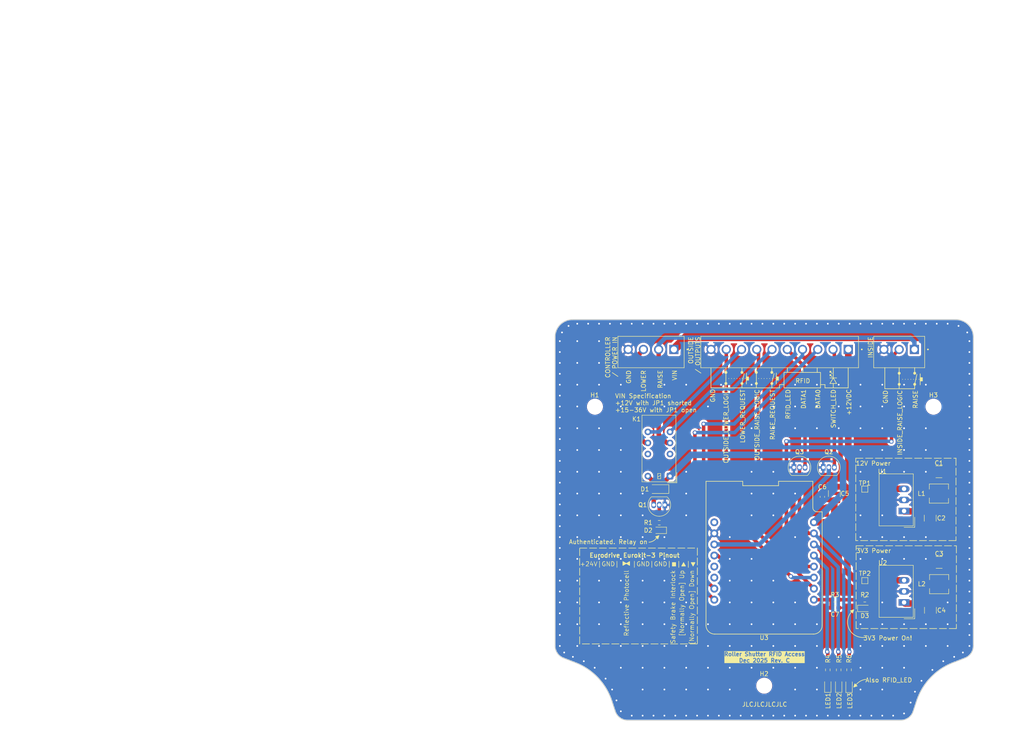
<source format=kicad_pcb>
(kicad_pcb (version 20241229) (generator "pcbnew") (generator_version "9.0")
  (title_block (title "Roller Shutter Access Control Interface PCB") (date "2025-11-01") (rev "Rev B") (company "Swansea Hackspace"))
  (layers (0 "F.Cu" signal) (2 "B.Cu" signal) (13 "F.Paste" user) (15 "B.Paste" user) (5 "F.SilkS" user "F.Silkscreen") (7 "B.SilkS" user "B.Silkscreen") (1 "F.Mask" user) (3 "B.Mask" user) (25 "Edge.Cuts" user))
  (net 0 "")
  (net 1 "+12V")
  (net 2 "/RAISE")
  (net 3 "/LOWER")
  (net 4 "/SWITCH_LED")
  (net 5 "GND")
  (net 6 "+3V3")
  (net 7 "Net-(D1-A)")
  (net 8 "Net-(D2-A)")
  (net 9 "Net-(U2-Vin)")
  (net 10 "/EN")
  (net 11 "Net-(D3-A)")
  (net 12 "+24V")
  (net 13 "Net-(U1-Vin)")
  (net 14 "/RAISE_REQUEST")
  (net 15 "/LOWER_REQUEST")
  (net 16 "/DATA0")
  (net 17 "/DATA1")
  (net 18 "/LED3")
  (net 19 "/AUTH_LED")
  (net 20 "/LED1")
  (net 21 "/LED2")
  (net 22 "/INSIDE_RAISE_LOGIC")
  (net 25 "/OUTSIDE_RAISE_LOGIC")
  (net 26 "/RFID_LED")
  (net 27 "/OUTSIDE_LOWER_LOGIC")
  (net 28 "/ENABLE_RELAY")
  (net 32 "Net-(LED1-A)")
  (net 33 "Net-(LED2-A)")
  (net 34 "Net-(LED3-A)")
  (footprint "MountingHole:MountingHole_3.2mm_M3" (layer "F.Cu") (at 112.061282 75.051908 90)
    (property "Reference" "H1")
    (property "Value" "MountingHole")
  )
  (footprint "Resistor_SMD:R_0603_1608Metric_Pad0.98x0.95mm_HandSolder" (layer "F.Cu") (at 167.132 119.38 180)
    (property "Reference" "R3")
    (property "Value" "10k")
  )
  (footprint "Package_TO_SOT_THT:TO-92_Inline" (layer "F.Cu") (at 164.46 89)
    (property "Reference" "Q2")
    (property "Value" "2N7000")
  )
  (footprint "Converter_DCDC:Converter_DCDC_TRACO_TSR-1_THT" (layer "F.Cu") (at 183 99 90)
    (property "Reference" "U1")
    (property "Value" "TSR_1-24120")
  )
  (footprint "Relay_THT:Relay_DPDT_Kemet_EC2" (layer "F.Cu") (at 129.286 91 180)
    (property "Reference" "K1")
    (property "Value" "EC2-3NU")
  )
  (footprint "LED_SMD:LED_0603_1608Metric_Pad1.05x0.95mm_HandSolder" (layer "F.Cu") (at 165.5 138.995 90)
    (property "Reference" "LED1")
    (property "Value" "LED")
  )
  (footprint "Capacitor_SMD:C_1210_3225Metric_Pad1.33x2.70mm_HandSolder" (layer "F.Cu") (at 189 100.6475 -90)
    (property "Reference" "C2")
    (property "Value" "10uF")
  )
  (footprint "LED_SMD:LED_0603_1608Metric_Pad1.05x0.95mm_HandSolder" (layer "F.Cu") (at 170.377012 139.033988 90)
    (property "Reference" "LED3")
    (property "Value" "LED")
  )
  (footprint "Resistor_SMD:R_0603_1608Metric_Pad0.98x0.95mm_HandSolder" (layer "F.Cu") (at 165.5 135.49 90)
    (property "Reference" "R4")
    (property "Value" "220R")
  )
  (footprint "MountingHole:MountingHole_3.2mm_M3" (layer "F.Cu") (at 189.754782 75.051908 90)
    (property "Reference" "H3")
    (property "Value" "MountingHole")
  )
  (footprint "Capacitor_SMD:C_1210_3225Metric_Pad1.33x2.70mm_HandSolder" (layer "F.Cu") (at 191 90 180)
    (property "Reference" "C1")
    (property "Value" "10uF")
  )
  (footprint "Capacitor_SMD:C_0603_1608Metric_Pad1.08x0.95mm_HandSolder" (layer "F.Cu") (at 164.25 95.75 90)
    (property "Reference" "C6")
    (property "Value" "0.1uF")
  )
  (footprint "TestPoint:TestPoint_Pad_1.0x1.0mm" (layer "F.Cu") (at 173.99 93.98 -90)
    (property "Reference" "TP1")
    (property "Value" "TestPoint")
  )
  (footprint "LED_SMD:LED_0603_1608Metric_Pad1.05x0.95mm_HandSolder" (layer "F.Cu") (at 168 139 90)
    (property "Reference" "LED2")
    (property "Value" "LED")
  )
  (footprint "Resistor_SMD:R_0603_1608Metric_Pad0.98x0.95mm_HandSolder" (layer "F.Cu") (at 168 135.495 90)
    (property "Reference" "R5")
    (property "Value" "220R")
  )
  (footprint "Resistor_SMD:R_0603_1608Metric_Pad0.98x0.95mm_HandSolder" (layer "F.Cu") (at 170.377012 135.477988 90)
    (property "Reference" "R6")
    (property "Value" "220R")
  )
  (footprint "Capacitor_SMD:C_0603_1608Metric_Pad1.08x0.95mm_HandSolder" (layer "F.Cu") (at 167.132 121.230988 180)
    (property "Reference" "C7")
    (property "Value" "1uF")
  )
  (footprint "LED_SMD:LED_0603_1608Metric_Pad1.05x0.95mm_HandSolder" (layer "F.Cu") (at 126.8185 103.446 180)
    (property "Reference" "D2")
    (property "Value" "LED")
  )
  (footprint "MountingHole:MountingHole_3.2mm_M3" (layer "F.Cu") (at 150.907682 139.123978 90)
    (property "Reference" "H2")
    (property "Value" "MountingHole")
  )
  (footprint "LED_SMD:LED_0603_1608Metric_Pad1.05x0.95mm_HandSolder" (layer "F.Cu") (at 173.99 121.38)
    (property "Reference" "D3")
    (property "Value" "LED")
  )
  (footprint "TBP03R2-350-04BE:CUI_TBP03R2-350-04BE" (layer "F.Cu") (at 130.181488 61.901012 180)
    (property "Reference" "J1" (hide yes))
    (property "Value" "Screw_Terminal_01x06")
  )
  (footprint "Converter_DCDC:Converter_DCDC_TRACO_TSR-1_THT" (layer "F.Cu") (at 183 120 90)
    (property "Reference" "U2")
    (property "Value" "TSR_1-2433")
  )
  (footprint "TestPoint:TestPoint_Pad_1.0x1.0mm" (layer "F.Cu") (at 174 115)
    (property "Reference" "TP2")
    (property "Value" "TestPoint")
  )
  (footprint "Capacitor_SMD:C_1210_3225Metric_Pad1.33x2.70mm_HandSolder" (layer "F.Cu") (at 167 95 90)
    (property "Reference" "C5")
    (property "Value" "10uF")
  )
  (footprint "Inductor_SMD:L_TracoPower_TCK-141" (layer "F.Cu") (at 191 95 180)
    (property "Reference" "L1")
    (property "Value" "5.6uH")
  )
  (footprint "Resistor_SMD:R_0603_1608Metric_Pad0.98x0.95mm_HandSolder" (layer "F.Cu") (at 173.99 119.38 180)
    (property "Reference" "R2")
    (property "Value" "220R")
  )
  (footprint "Diode_SMD:D_SOD-123F" (layer "F.Cu") (at 126.8185 93.9725 180)
    (property "Reference" "D1")
    (property "Value" "1N4007")
  )
  (footprint "TBP03R2-350-03BE:CUI_TBP03R2-350-03BE" (layer "F.Cu") (at 185.379488 61.901012 180)
    (property "Reference" "J2" (hide yes))
    (property "Value" "Screw_Terminal_01x04")
  )
  (footprint "Package_TO_SOT_THT:TO-92_Inline" (layer "F.Cu") (at 157.73 89)
    (property "Reference" "Q3")
    (property "Value" "2N7000")
  )
  (footprint "Inductor_SMD:L_TracoPower_TCK-141" (layer "F.Cu") (at 191.05 115.80625 180)
    (property "Reference" "L2")
    (property "Value" "5.6uH")
  )
  (footprint "Package_TO_SOT_THT:TO-92_Inline" (layer "F.Cu") (at 128.0885 97.6125 180)
    (property "Reference" "Q1")
    (property "Value" "2N7000")
  )
  (footprint "Capacitor_SMD:C_1210_3225Metric_Pad1.33x2.70mm_HandSolder" (layer "F.Cu") (at 189.05 121.80625 -90)
    (property "Reference" "C4")
    (property "Value" "10uF")
  )
  (footprint "TBP03R2-350-10BE:CUI_TBP03R2-350-10BE" (layer "F.Cu") (at 170.199582 61.901012 180)
    (property "Reference" "J3" (hide yes))
    (property "Value" "Screw_Terminal_01x10")
  )
  (footprint "Capacitor_SMD:C_1210_3225Metric_Pad1.33x2.70mm_HandSolder" (layer "F.Cu") (at 191.05 110.80625 180)
    (property "Reference" "C3")
    (property "Value" "10uF")
  )
  (footprint "Resistor_SMD:R_0603_1608Metric_Pad0.98x0.95mm_HandSolder" (layer "F.Cu") (at 126.8185 101.696)
    (property "Reference" "R1")
    (property "Value" "220R")
  )
  (footprint "Lolin C3 Mini:wemos-d1-mini-with-pin-header-and-connector" (layer "F.Cu") (at 150.876 110.49 -90)
    (property "Reference" "U3")
    (property "Value" "WeMos_C3_mini")
  )
  (gr_circle (center 145.796 69.723) (end 145.796 69.977) (stroke (width 0.15)) (fill yes) (layer "F.SilkS"))
  (gr_line (start 166.497 67.437) (end 165.989 66.929) (stroke (width 0.15)) (layer "F.SilkS"))
  (gr_line (start 166.751 70.739) (end 166.751 69.723) (stroke (width 0.15)) (layer "F.SilkS"))
  (gr_rect (start 186.705488 68.387012) (end 187.213488 69.149012) (stroke (width 0.15)) (fill yes) (layer "F.SilkS"))
  (gr_line (start 159.766 66.167) (end 159.766 67.183) (stroke (width 0.15)) (layer "F.SilkS"))
  (gr_arc (start 171.958 138.938) (mid 172.974964 138.076135) (end 174.244 137.668) (stroke (width 0.15)) (layer "F.SilkS"))
  (gr_rect (start 155.448 67.183) (end 163.83 70.739) (stroke (width 0.15)) (fill no) (layer "F.SilkS"))
  (gr_line (start 146.812 69.85) (end 146.812 67.31) (stroke (width 0.15)) (layer "F.SilkS"))
  (gr_line (start 186.705488 70.038012) (end 186.705488 67.498012) (stroke (width 0.15)) (layer "F.SilkS"))
  (gr_line (start 145.796 70.739) (end 145.796 69.723) (stroke (width 0.15)) (layer "F.SilkS"))
  (gr_line (start 185.435488 70.927012) (end 178.577488 70.927012) (stroke (width 0.15)) (layer "F.SilkS"))
  (gr_line (start 165.989 67.183) (end 166.243 66.929) (stroke (width 0.15)) (layer "F.SilkS"))
  (gr_rect (start 146.812 68.199) (end 147.32 68.961) (stroke (width 0.15)) (fill yes) (layer "F.SilkS"))
  (gr_line (start 152.654 69.723) (end 153.162 67.437) (stroke (width 0.15)) (layer "F.SilkS"))
  (gr_line (start 154.432 69.977) (end 155.448 69.977) (stroke (width 0.15)) (layer "F.SilkS"))
  (gr_line (start 181.879488 70.927012) (end 181.879488 69.911012) (stroke (width 0.15)) (layer "F.SilkS"))
  (gr_line (start 165.989 68.453) (end 167.513 68.453) (stroke (width 0.15)) (layer "F.SilkS"))
  (gr_circle (center 185.435488 67.371012) (end 185.435488 67.625012) (stroke (width 0.15)) (fill yes) (layer "F.SilkS"))
  (gr_line (start 166.751 68.453) (end 166.751 67.183) (stroke (width 0.15)) (layer "F.SilkS"))
  (gr_line (start 146.558 68.58) (end 142.24 68.58) (stroke (width 0.15) (type dot)) (layer "F.SilkS"))
  (gr_line (start 181.879488 69.911012) (end 181.879488 67.371012) (stroke (width 0.15)) (layer "F.SilkS"))
  (gr_line (start 186.451488 68.768012) (end 182.133488 68.768012) (stroke (width 0.15) (type dot)) (layer "F.SilkS"))
  (gr_circle (center 142.113 69.723) (end 142.113 69.977) (stroke (width 0.15)) (fill yes) (layer "F.SilkS"))
  (gr_line (start 165.989 66.929) (end 166.243 66.929) (stroke (width 0.15)) (layer "F.SilkS"))
  (gr_circle (center 149.098 67.183) (end 149.098 67.437) (stroke (width 0.15)) (fill yes) (layer "F.SilkS"))
  (gr_line (start 152.654 70.739) (end 152.654 69.723) (stroke (width 0.15)) (layer "F.SilkS"))
  (gr_rect (start 172 107) (end 195 126) (stroke (width 0.15) (type dash)) (fill no) (layer "F.SilkS"))
  (gr_line (start 185.435488 69.911012) (end 185.943488 67.625012) (stroke (width 0.15)) (layer "F.SilkS"))
  (gr_line (start 149.098 66.167) (end 149.098 67.183) (stroke (width 0.15)) (layer "F.SilkS"))
  (gr_line (start 163.068 66.167) (end 163.068 67.183) (stroke (width 0.15)) (layer "F.SilkS"))
  (gr_line (start 164.846 69.977) (end 163.83 69.977) (stroke (width 0.15)) (layer "F.SilkS"))
  (gr_circle (center 145.796 67.183) (end 145.796 67.437) (stroke (width 0.15)) (fill yes) (layer "F.SilkS"))
  (gr_line (start 149.098 69.723) (end 149.098 67.183) (stroke (width 0.15)) (layer "F.SilkS"))
  (gr_arc (start 173.99 128.016) (mid 170.345765 125.997982) (end 171.196 121.92) (stroke (width 0.15)) (layer "F.SilkS"))
  (gr_line (start 166.751 69.723) (end 167.513 69.723) (stroke (width 0.15)) (layer "F.SilkS"))
  (gr_circle (center 181.879488 67.371012) (end 181.879488 67.625012) (stroke (width 0.15)) (fill yes) (layer "F.SilkS"))
  (gr_line (start 165.989 67.691) (end 166.243 67.691) (stroke (width 0.15)) (layer "F.SilkS"))
  (gr_line (start 145.796 69.723) (end 146.304 67.437) (stroke (width 0.15)) (layer "F.SilkS"))
  (gr_line (start 185.435488 66.101012) (end 185.435488 67.371012) (stroke (width 0.15)) (layer "F.SilkS"))
  (gr_line (start 170.18 66.167) (end 170.18 70.739) (stroke (width 0.15)) (layer "F.SilkS"))
  (gr_line (start 142.113 66.167) (end 142.113 67.183) (stroke (width 0.15)) (layer "F.SilkS"))
  (gr_circle (center 181.879488 69.911012) (end 181.879488 70.165012) (stroke (width 0.15)) (fill yes) (layer "F.SilkS"))
  (gr_line (start 178.577488 66.101012) (end 178.577488 70.927012) (stroke (width 0.15)) (layer "F.SilkS"))
  (gr_rect (start 153.67 68.199) (end 154.178 68.961) (stroke (width 0.15)) (fill yes) (layer "F.SilkS"))
  (gr_rect (start 108.556 107.522) (end 135.556 129.522) (stroke (width 0.15) (type dash)) (fill no) (layer "F.SilkS"))
  (gr_line (start 142.113 70.739) (end 142.113 69.723) (stroke (width 0.15)) (layer "F.SilkS"))
  (gr_line (start 154.432 70.739) (end 154.432 69.977) (stroke (width 0.15)) (layer "F.SilkS"))
  (gr_line (start 185.435488 70.927012) (end 185.435488 69.911012) (stroke (width 0.15)) (layer "F.SilkS"))
  (gr_line (start 165.989 66.929) (end 165.989 67.183) (stroke (width 0.15)) (layer "F.SilkS"))
  (gr_line (start 152.654 70.739) (end 138.684 70.739) (stroke (width 0.15)) (layer "F.SilkS"))
  (gr_line (start 142.113 69.723) (end 142.113 67.183) (stroke (width 0.15)) (layer "F.SilkS"))
  (gr_rect (start 171.914 86.891) (end 194.914 105.796) (stroke (width 0.15) (type dash)) (fill no) (layer "F.SilkS"))
  (gr_circle (center 149.098 69.723) (end 149.098 69.977) (stroke (width 0.15)) (fill yes) (layer "F.SilkS"))
  (gr_line (start 166.497 68.199) (end 165.989 67.691) (stroke (width 0.15)) (layer "F.SilkS"))
  (gr_line (start 166.751 70.739) (end 164.846 70.739) (stroke (width 0.15)) (layer "F.SilkS"))
  (gr_line (start 153.67 69.85) (end 153.67 67.31) (stroke (width 0.15)) (layer "F.SilkS"))
  (gr_line (start 166.751 66.167) (end 166.751 67.183) (stroke (width 0.15)) (layer "F.SilkS"))
  (gr_line (start 149.098 70.739) (end 149.098 69.723) (stroke (width 0.15)) (layer "F.SilkS"))
  (gr_circle (center 142.113 67.183) (end 142.113 67.437) (stroke (width 0.15)) (fill yes) (layer "F.SilkS"))
  (gr_poly (pts (xy 171.704 138.684) (xy 172.212 139.192) (xy 171.45 139.446)) (stroke (width 0.15)) (fill yes) (layer "F.SilkS"))
  (gr_line (start 165.989 67.691) (end 165.989 67.945) (stroke (width 0.15)) (layer "F.SilkS"))
  (gr_line (start 166.751 68.453) (end 165.989 69.723) (stroke (width 0.15)) (layer "F.SilkS"))
  (gr_line (start 145.796 66.167) (end 145.796 67.183) (stroke (width 0.15)) (layer "F.SilkS"))
  (gr_arc (start 126.315697 105.033474) (mid 125.526228 105.828283) (end 124.46 106.172) (stroke (width 0.15)) (layer "F.SilkS"))
  (gr_poly (pts (xy 126.492 105.41) (xy 125.984 104.902) (xy 126.746 104.648)) (stroke (width 0.15)) (fill yes) (layer "F.SilkS"))
  (gr_line (start 166.243 67.691) (end 165.989 67.945) (stroke (width 0.15)) (layer "F.SilkS"))
  (gr_line (start 167.513 69.723) (end 166.751 68.453) (stroke (width 0.15)) (layer "F.SilkS"))
  (gr_line (start 181.879488 66.101012) (end 181.879488 67.371012) (stroke (width 0.15)) (layer "F.SilkS"))
  (gr_circle (center 185.435488 69.911012) (end 185.435488 70.165012) (stroke (width 0.15)) (fill yes) (layer "F.SilkS"))
  (gr_line (start 152.654 66.167) (end 152.654 67.183) (stroke (width 0.15)) (layer "F.SilkS"))
  (gr_line (start 152.654 70.739) (end 154.432 70.739) (stroke (width 0.15)) (layer "F.SilkS"))
  (gr_line (start 153.416 68.58) (end 149.098 68.58) (stroke (width 0.15) (type dot)) (layer "F.SilkS"))
  (gr_circle (center 152.654 67.183) (end 152.654 67.437) (stroke (width 0.15)) (fill yes) (layer "F.SilkS"))
  (gr_line (start 138.684 66.167) (end 138.684 70.739) (stroke (width 0.15)) (layer "F.SilkS"))
  (gr_line (start 164.846 70.739) (end 164.846 69.977) (stroke (width 0.15)) (layer "F.SilkS"))
  (gr_circle (center 152.654 69.723) (end 152.654 69.977) (stroke (width 0.15)) (fill yes) (layer "F.SilkS"))
  (gr_line (start 170.18 70.739) (end 166.751 70.739) (stroke (width 0.15)) (layer "F.SilkS"))
  (gr_poly (pts (xy 171.196 122.428) (xy 170.688 121.92) (xy 171.45 121.666)) (stroke (width 0.15)) (fill yes) (layer "F.SilkS"))
  (gr_line (start 165.989 69.723) (end 166.751 69.723) (stroke (width 0.15)) (layer "F.SilkS"))
  (gr_line (start 156.21 66.167) (end 156.21 67.183) (stroke (width 0.15)) (layer "F.SilkS"))
  (gr_arc (start 194.907882 55.051878) (mid 197.736309 56.223451) (end 198.907882 59.051878) (stroke (width 0.2)) (layer "Edge.Cuts"))
  (gr_line (start 107.287182 133.715178) (end 104.818182 132.752578) (stroke (width 0.2)) (layer "Edge.Cuts"))
  (gr_arc (start 185.093907 144.994313) (mid 184.002582 146.483678) (end 182.245782 147.051878) (stroke (width 0.2)) (layer "Edge.Cuts"))
  (gr_arc (start 185.791328 142.886644) (mid 189.078988 137.271012) (end 194.528742 133.715142) (stroke (width 0.2)) (layer "Edge.Cuts"))
  (gr_arc (start 119.570182 147.051878) (mid 117.813382 146.483678) (end 116.722057 144.994313) (stroke (width 0.2)) (layer "Edge.Cuts"))
  (gr_line (start 185.791382 142.886678) (end 185.093982 144.994278) (stroke (width 0.2)) (layer "Edge.Cuts"))
  (gr_line (start 194.528682 133.715178) (end 196.997682 132.752578) (stroke (width 0.2)) (layer "Edge.Cuts"))
  (gr_line (start 119.570182 147.051878) (end 182.245782 147.051878) (stroke (width 0.2)) (layer "Edge.Cuts"))
  (gr_arc (start 102.908182 59.051878) (mid 104.079755 56.223451) (end 106.908182 55.051878) (stroke (width 0.2)) (layer "Edge.Cuts"))
  (gr_arc (start 198.907882 129.957478) (mid 198.384701 131.650218) (end 196.997636 132.752552) (stroke (width 0.2)) (layer "Edge.Cuts"))
  (gr_line (start 116.024182 142.886678) (end 116.722182 144.994278) (stroke (width 0.2)) (layer "Edge.Cuts"))
  (gr_arc (start 104.818182 132.752578) (mid 103.431236 131.650193) (end 102.908182 129.957478) (stroke (width 0.2)) (layer "Edge.Cuts"))
  (gr_arc (start 107.287222 133.715142) (mid 112.73676 137.271076) (end 116.024182 142.886678) (stroke (width 0.2)) (layer "Edge.Cuts"))
  (gr_line (start 106.908182 55.051878) (end 194.907882 55.051878) (stroke (width 0.2)) (layer "Edge.Cuts"))
  (gr_line (start 198.907882 59.051878) (end 198.907882 129.957478) (stroke (width 0.2)) (layer "Edge.Cuts"))
  (gr_line (start 102.908182 59.051878) (end 102.908182 129.957478) (stroke (width 0.2)) (layer "Edge.Cuts"))
  (gr_text "RFID_LED" (at 156.972 70.993 90) (layer "F.SilkS") (effects (font (size 1 1)) (justify right bottom)))
  (gr_text "GND" (at 120.4 66.6 90) (layer "F.SilkS") (effects (font (size 1 1)) (justify right bottom)))
  (gr_text "Authenticated. Relay on" (at 124.206 106.68 0) (layer "F.SilkS") (effects (font (size 1 1)) (justify right bottom)))
  (gr_text "SWITCH_LED" (at 167.386 70.993 90) (layer "F.SilkS") (effects (font (size 1 1)) (justify right bottom)))
  (gr_text "RFID" (at 159.766 69.723 0) (layer "F.SilkS") (effects (font (size 1 1)) (justify bottom)))
  (gr_text "GND" (at 139.7 72.517 90) (layer "F.SilkS") (effects (font (size 1 1)) (justify bottom)))
  (gr_text "VIN Specification\n+12V with JP1 shorted\n+15-36V with JP1 open" (at 116.6 76.4 0) (layer "F.SilkS") (effects (font (size 1 1)) (justify left bottom)))
  (gr_text "▼" (at 119.38 111.76 90) (layer "F.SilkS") (effects (font (size 1 1) (thickness 0.125)) (justify left bottom)))
  (gr_text "+24V|GND|    |GND|GND|■|▲|▼" (at 121.92 111.76 0) (layer "F.SilkS") (effects (font (size 1 1) (thickness 0.125)) (justify bottom)))
  (gr_text "RAISE" (at 127.635 66.548 90) (layer "F.SilkS") (effects (font (size 1 1)) (justify right bottom)))
  (gr_text "[Normally Open] Down" (at 134.874 112.522 90) (layer "F.SilkS") (effects (font (size 1 1) (thickness 0.125)) (justify right bottom)))
  (gr_text "DATA0" (at 163.83 70.993 90) (layer "F.SilkS") (effects (font (size 1 1)) (justify right bottom)))
  (gr_text "Reflective Photocell" (at 119.888 112.522 90) (layer "F.SilkS") (effects (font (size 1 1) (thickness 0.125)) (justify right bottom)))
  (gr_text "OUTSIDE_LOWER_LOGIC" (at 142.748 70.993 90) (layer "F.SilkS") (effects (font (size 1 1)) (justify right bottom)))
  (gr_text "RAISE" (at 186.197488 71.181012 90) (layer "F.SilkS") (effects (font (size 1 1)) (justify right bottom)))
  (gr_text "OUTSIDE_RAISE_LOGIC" (at 149.86 70.993 90) (layer "F.SilkS") (effects (font (size 1 1)) (justify right bottom)))
  (gr_text "3V3 Power" (at 180.086 108.712 0) (layer "F.SilkS") (effects (font (size 1 1)) (justify right bottom)))
  (gr_text "VIN" (at 130.937 66.548 90) (layer "F.SilkS") (effects (font (size 1 1)) (justify right bottom)))
  (gr_text "OUTSIDE\n/ OUTPUTS" (at 136.271 58.901012 90) (layer "F.SilkS") (effects (font (size 1 1)) (justify right bottom)))
  (gr_text "+12VDC" (at 170.942 74.041 90) (layer "F.SilkS") (effects (font (size 1 1)) (justify bottom)))
  (gr_text "JLCJLCJLCJLC" (at 151 144 0) (layer "F.SilkS") (effects (font (size 1 1)) (justify bottom)))
  (gr_text "LOWER" (at 123.8 66.6 90) (layer "F.SilkS") (effects (font (size 1 1)) (justify right bottom)))
  (gr_text "[Normally Open] Up" (at 132.588 112.522 90) (layer "F.SilkS") (effects (font (size 1 1) (thickness 0.125)) (justify right bottom)))
  (gr_text "Also RFID_LED" (at 184.912 138.43 0) (layer "F.SilkS") (effects (font (size 1 1)) (justify right bottom)))
  (gr_text "3V3 Power On!" (at 184.912 128.778 0) (layer "F.SilkS") (effects (font (size 1 1)) (justify right bottom)))
  (gr_text "Eurodrive Eurokit-3 Pinout" (at 121.158 109.778 0) (layer "F.SilkS") (effects (font (size 1 1) (thickness 0.2) (bold yes)) (justify bottom)))
  (gr_text "LOWER_REQUEST" (at 146.558 70.993 90) (layer "F.SilkS") (effects (font (size 1 1)) (justify right bottom)))
  (gr_text "INSIDE_RAISE_LOGIC" (at 182.641488 71.181012 90) (layer "F.SilkS") (effects (font (size 1 1)) (justify right bottom)))
  (gr_text "Safety Brake Interlock" (at 130.556 112.522 90) (layer "F.SilkS") (effects (font (size 1 1) (thickness 0.125)) (justify right bottom)))
  (gr_text "12V Power" (at 180 88.646 0) (layer "F.SilkS") (effects (font (size 1 1)) (justify right bottom)))
  (gr_text "GND" (at 179.339488 71.181012 90) (layer "F.SilkS") (effects (font (size 1 1)) (justify right bottom)))
  (gr_text "INSIDE" (at 175.895 58.901012 90) (layer "F.SilkS") (effects (font (size 1 1)) (justify right bottom)))
  (gr_text "▲" (at 120.142 111.76 90) (layer "F.SilkS") (effects (font (size 1 1) (thickness 0.125)) (justify left bottom)))
  (gr_text "Roller Shutter RFID Access\nDec 2025 Rev. C" (at 150.96 133.858 0) (layer "F.SilkS" knockout) (effects (font (size 0.9 0.9) (thickness 0.2) (bold yes)) (justify bottom)))
  (gr_text "CONTROLLER\n/ POWER IN" (at 117.221 58.901012 90) (layer "F.SilkS") (effects (font (size 1 1)) (justify right bottom)))
  (gr_text "DATA1" (at 160.528 70.993 90) (layer "F.SilkS") (effects (font (size 1 1)) (justify right bottom)))
  (gr_text "RAISE_REQUEST" (at 153.416 70.993 90) (layer "F.SilkS") (effects (font (size 1 1)) (justify right bottom)))
  (segment (start 170.199582 91.199582) (end 170.199582 61.901012) (width 1.5) (layer "F.Cu") (net 1))
  (segment (start 183 93.92) (end 172.92 93.92) (width 1.5) (layer "F.Cu") (net 1))
  (segment (start 172.92 93.92) (end 170.199582 91.199582) (width 1.5) (layer "F.Cu") (net 1))
  (segment (start 129.286 83.38) (end 128.586 83.38) (width 1) (layer "F.Cu") (net 2))
  (segment (start 126.681488 81.475488) (end 126.681488 61.901012) (width 1) (layer "F.Cu") (net 2))
  (segment (start 128.586 83.38) (end 126.681488 81.475488) (width 1) (layer "F.Cu") (net 2))
  (segment (start 184.404 59.182) (end 128.27 59.182) (width 1) (layer "B.Cu") (net 2))
  (segment (start 126.681488 60.770512) (end 126.681488 61.901012) (width 1) (layer "B.Cu") (net 2))
  (segment (start 185.379488 60.157488) (end 185.379488 61.901012) (width 1) (layer "B.Cu") (net 2))
  (segment (start 185.379488 60.157488) (end 184.404 59.182) (width 1) (layer "B.Cu") (net 2))
  (segment (start 128.27 59.182) (end 126.681488 60.770512) (width 1) (layer "B.Cu") (net 2))
  (segment (start 123.181488 61.984512) (end 123.181488 61.901012) (width 1) (layer "F.Cu") (net 3))
  (segment (start 122.206 62.96) (end 123.181488 61.984512) (width 1) (layer "F.Cu") (net 3))
  (segment (start 123.586 83.38) (end 122.206 82) (width 1) (layer "F.Cu") (net 3))
  (segment (start 124.206 83.38) (end 123.586 83.38) (width 1) (layer "F.Cu") (net 3))
  (segment (start 122.206 82) (end 122.206 62.96) (width 1) (layer "F.Cu") (net 3))
  (segment (start 167 62.20143) (end 166.699582 61.901012) (width 0.8) (layer "F.Cu") (net 4))
  (segment (start 167 89) (end 167 62.20143) (width 0.8) (layer "F.Cu") (net 4))
  (via (at 128 125) (size 0.8) (drill 0.4) (layers "F.Cu" "B.Cu") (net 5))
  (via (at 183 145.5) (size 0.8) (drill 0.4) (layers "F.Cu" "B.Cu") (net 5))
  (via (at 104 77.5) (size 0.8) (drill 0.4) (layers "F.Cu" "B.Cu") (net 5))
  (via (at 108 65) (size 0.8) (drill 0.4) (layers "F.Cu" "B.Cu") (net 5))
  (via (at 104 70) (size 0.8) (drill 0.4) (layers "F.Cu" "B.Cu") (net 5))
  (via (at 198 97.5) (size 0.8) (drill 0.4) (layers "F.Cu" "B.Cu") (net 5))
  (via (at 118 145) (size 0.8) (drill 0.4) (layers "F.Cu" "B.Cu") (net 5))
  (via (at 178 105) (size 0.8) (drill 0.4) (layers "F.Cu" "B.Cu") (net 5))
  (via (at 173 125) (size 0.8) (drill 0.4) (layers "F.Cu" "B.Cu") (net 5))
  (via (at 148 135) (size 0.8) (drill 0.4) (layers "F.Cu" "B.Cu") (net 5))
  (via (at 133 70) (size 0.8) (drill 0.4) (layers "F.Cu" "B.Cu") (net 5))
  (via (at 113 115) (size 0.8) (drill 0.4) (layers "F.Cu" "B.Cu") (net 5))
  (via (at 104 125) (size 0.8) (drill 0.4) (layers "F.Cu" "B.Cu") (net 5))
  (via (at 108 80) (size 0.8) (drill 0.4) (layers "F.Cu" "B.Cu") (net 5))
  (via (at 113 130) (size 0.8) (drill 0.4) (layers "F.Cu" "B.Cu") (net 5))
  (via (at 104 65) (size 0.8) (drill 0.4) (layers "F.Cu" "B.Cu") (net 5))
  (via (at 198 120) (size 0.8) (drill 0.4) (layers "F.Cu" "B.Cu") (net 5))
  (via (at 158 130) (size 0.8) (drill 0.4) (layers "F.Cu" "B.Cu") (net 5))
  (via (at 183 135) (size 0.8) (drill 0.4) (layers "F.Cu" "B.Cu") (net 5))
  (via (at 128 130) (size 0.8) (drill 0.4) (layers "F.Cu" "B.Cu") (net 5))
  (via (at 198 75) (size 0.8) (drill 0.4) (layers "F.Cu" "B.Cu") (net 5))
  (via (at 118 125) (size 0.8) (drill 0.4) (layers "F.Cu" "B.Cu") (net 5))
  (via (at 198 80) (size 0.8) (drill 0.4) (layers "F.Cu" "B.Cu") (net 5))
  (via (at 104 130) (size 0.8) (drill 0.4) (layers "F.Cu" "B.Cu") (net 5))
  (via (at 123 125) (size 0.8) (drill 0.4) (layers "F.Cu" "B.Cu") (net 5))
  (via (at 190.5 56) (size 0.8) (drill 0.4) (layers "F.Cu" "B.Cu") (net 5))
  (via (at 104 60) (size 0.8) (drill 0.4) (layers "F.Cu" "B.Cu") (net 5))
  (via (at 138 125) (size 0.8) (drill 0.4) (layers "F.Cu" "B.Cu") (net 5))
  (via (at 173 85) (size 0.8) (drill 0.4) (layers "F.Cu" "B.Cu") (net 5))
  (via (at 150.5 146) (size 0.8) (drill 0.4) (layers "F.Cu" "B.Cu") (net 5))
  (via (at 113 95) (size 0.8) (drill 0.4) (layers "F.Cu" "B.Cu") (net 5))
  (via (at 118 70) (size 0.8) (drill 0.4) (layers "F.Cu" "B.Cu") (net 5))
  (via (at 148 115) (size 0.8) (drill 0.4) (layers "F.Cu" "B.Cu") (net 5))
  (via (at 173 140) (size 0.8) (drill 0.4) (layers "F.Cu" "B.Cu") (net 5))
  (via (at 104.5 58) (size 0.8) (drill 0.4) (layers "F.Cu" "B.Cu") (net 5))
  (via (at 168 75) (size 0.8) (drill 0.4) (layers "F.Cu" "B.Cu") (net 5))
  (via (at 148 56) (size 0.8) (drill 0.4) (layers "F.Cu" "B.Cu") (net 5))
  (via (at 183 56) (size 0.8) (drill 0.4) (layers "F.Cu" "B.Cu") (net 5))
  (via (at 138 140) (size 0.8) (drill 0.4) (layers "F.Cu" "B.Cu") (net 5))
  (via (at 104 87.5) (size 0.8) (drill 0.4) (layers "F.Cu" "B.Cu") (net 5))
  (via (at 104 82.5) (size 0.8) (drill 0.4) (layers "F.Cu" "B.Cu") (net 5))
  (via (at 128 115) (size 0.8) (drill 0.4) (layers "F.Cu" "B.Cu") (net 5))
  (via (at 198 60) (size 0.8) (drill 0.4) (layers "F.Cu" "B.Cu") (net 5))
  (via (at 106 56.5) (size 0.8) (drill 0.4) (layers "F.Cu" "B.Cu") (net 5))
  (via (at 128 146) (size 0.8) (drill 0.4) (layers "F.Cu" "B.Cu") (net 5))
  (via (at 180.5 146) (size 0.8) (drill 0.4) (layers "F.Cu" "B.Cu") (net 5))
  (via (at 188 70) (size 0.8) (drill 0.4) (layers "F.Cu" "B.Cu") (net 5))
  (via (at 163 80) (size 0.8) (drill 0.4) (layers "F.Cu" "B.Cu") (net 5))
  (via (at 138 56) (size 0.8) (drill 0.4) (layers "F.Cu" "B.Cu") (net 5))
  (via (at 178 80) (size 0.8) (drill 0.4) (layers "F.Cu" "B.Cu") (net 5))
  (via (at 113 90) (size 0.8) (drill 0.4) (layers "F.Cu" "B.Cu") (net 5))
  (via (at 188 85) (size 0.8) (drill 0.4) (layers "F.Cu" "B.Cu") (net 5))
  (via (at 128 135) (size 0.8) (drill 0.4) (layers "F.Cu" "B.Cu") (net 5))
  (via (at 123 146) (size 0.8) (drill 0.4) (layers "F.Cu" "B.Cu") (net 5))
  (via (at 188 80) (size 0.8) (drill 0.4) (layers "F.Cu" "B.Cu") (net 5))
  (via (at 198 112.5) (size 0.8) (drill 0.4) (layers "F.Cu" "B.Cu") (net 5))
  (via (at 178 56) (size 0.8) (drill 0.4) (layers "F.Cu" "B.Cu") (net 5))
  (via (at 128 75) (size 0.8) (drill 0.4) (layers "F.Cu" "B.Cu") (net 5))
  (via (at 113 100) (size 0.8) (drill 0.4) (layers "F.Cu" "B.Cu") (net 5))
  (via (at 193 130) (size 0.8) (drill 0.4) (layers "F.Cu" "B.Cu") (net 5))
  (via (at 153 130) (size 0.8) (drill 0.4) (layers "F.Cu" "B.Cu") (net 5))
  (via (at 143 135) (size 0.8) (drill 0.4) (layers "F.Cu" "B.Cu") (net 5))
  (via (at 160.5 56) (size 0.8) (drill 0.4) (layers "F.Cu" "B.Cu") (net 5))
  (via (at 108 75) (size 0.8) (drill 0.4) (layers "F.Cu" "B.Cu") (net 5))
  (via (at 104 120) (size 0.8) (drill 0.4) (layers "F.Cu" "B.Cu") (net 5))
  (via (at 104 95) (size 0.8) (drill 0.4) (layers "F.Cu" "B.Cu") (net 5))
  (via (at 104 117.5) (size 0.8) (drill 0.4) (layers "F.Cu" "B.Cu") (net 5))
  (via (at 173 105) (size 0.8) (drill 0.4) (layers "F.Cu" "B.Cu") (net 5))
  (via (at 123 100) (size 0.8) (drill 0.4) (layers "F.Cu" "B.Cu") (net 5))
  (via (at 160.5 146) (size 0.8) (drill 0.4) (layers "F.Cu" "B.Cu") (net 5))
  (via (at 187 138) (size 0.8) (drill 0.4) (layers "F.Cu" "B.Cu") (net 5))
  (via (at 113 85) (size 0.8) (drill 0.4) (layers "F.Cu" "B.Cu") (net 5))
  (via (at 148 90) (size 0.8) (drill 0.4) (layers "F.Cu" "B.Cu") (net 5))
  (via (at 198 90) (size 0.8) (drill 0.4) (layers "F.Cu" "B.Cu") (net 5))
  (via (at 178 140) (size 0.8) (drill 0.4) (layers "F.Cu" "B.Cu") (net 5))
  (via (at 104 122.5) (size 0.8) (drill 0.4) (layers "F.Cu" "B.Cu") (net 5))
  (via (at 198 82.5) (size 0.8) (drill 0.4) (layers "F.Cu" "B.Cu") (net 5))
  (via (at 108 120) (size 0.8) (drill 0.4) (layers "F.Cu" "B.Cu") (net 5))
  (via (at 118 85) (size 0.8) (drill 0.4) (layers "F.Cu" "B.Cu") (net 5))
  (via (at 113 65) (size 0.8) (drill 0.4) (layers "F.Cu" "B.Cu") (net 5))
  (via (at 133 125) (size 0.8) (drill 0.4) (layers "F.Cu" "B.Cu") (net 5))
  (via (at 158 146) (size 0.8) (drill 0.4) (layers "F.Cu" "B.Cu") (net 5))
  (via (at 123 110) (size 0.8) (drill 0.4) (layers "F.Cu" "B.Cu") (net 5))
  (via (at 185.5 140.5) (size 0.8) (drill 0.4) (layers "F.Cu" "B.Cu") (net 5))
  (via (at 123 95) (size 0.8) (drill 0.4) (layers "F.Cu" "B.Cu") (net 5))
  (via (at 173 146) (size 0.8) (drill 0.4) (layers "F.Cu" "B.Cu") (net 5))
  (via (at 133 95) (size 0.8) (drill 0.4) (layers "F.Cu" "B.Cu") (net 5))
  (via (at 198 92.5) (size 0.8) (drill 0.4) (layers "F.Cu" "B.Cu") (net 5))
  (via (at 188 90) (size 0.8) (drill 0.4) (layers "F.Cu" "B.Cu") (net 5))
  (via (at 148 146) (size 0.8) (drill 0.4) (layers "F.Cu" "B.Cu") (net 5))
  (via (at 130.5 56) (size 0.8) (drill 0.4) (layers "F.Cu" "B.Cu") (net 5))
  (via (at 194.5 132.5) (size 0.8) (drill 0.4) (layers "F.Cu" "B.Cu") (net 5))
  (via (at 198 95) (size 0.8) (drill 0.4) (layers "F.Cu" "B.Cu") (net 5))
  (via (at 153 120) (size 0.8) (drill 0.4) (layers "F.Cu" "B.Cu") (net 5))
  (via (at 173 110) (size 0.8) (drill 0.4) (layers "F.Cu" "B.Cu") (net 5))
  (via (at 198 130) (size 0.8) (drill 0.4) (layers "F.Cu" "B.Cu") (net 5))
  (via (at 153 75) (size 0.8) (drill 0.4) (layers "F.Cu" "B.Cu") (net 5))
  (via (at 188 110) (size 0.8) (drill 0.4) (layers "F.Cu" "B.Cu") (net 5))
  (via (at 113 60) (size 0.8) (drill 0.4) (layers "F.Cu" "B.Cu") (net 5))
  (via (at 197.5 58) (size 0.8) (drill 0.4) (layers "F.Cu" "B.Cu") (net 5))
  (via (at 178 110) (size 0.8) (drill 0.4) (layers "F.Cu" "B.Cu") (net 5))
  (via (at 153 56) (size 0.8) (drill 0.4) (layers "F.Cu" "B.Cu") (net 5))
  (via (at 198 70) (size 0.8) (drill 0.4) (layers "F.Cu" "B.Cu") (net 5))
  (via (at 145.5 146) (size 0.8) (drill 0.4) (layers "F.Cu" "B.Cu") (net 5))
  (via (at 158 140) (size 0.8) (drill 0.4) (layers "F.Cu" "B.Cu") (net 5))
  (via (at 118 105) (size 0.8) (drill 0.4) (layers "F.Cu" "B.Cu") (net 5))
  (via (at 188 125) (size 0.8) (drill 0.4) (layers "F.Cu" "B.Cu") (net 5))
  (via (at 178 130) (size 0.8) (drill 0.4) (layers "F.Cu" "B.Cu") (net 5))
  (via (at 198 62.5) (size 0.8) (drill 0.4) (layers "F.Cu" "B.Cu") (net 5))
  (via (at 168 105) (size 0.8) (drill 0.4) (layers "F.Cu" "B.Cu") (net 5))
  (via (at 163 75) (size 0.8) (drill 0.4) (layers "F.Cu" "B.Cu") (net 5))
  (via (at 183 90) (size 0.8) (drill 0.4) (layers "F.Cu" "B.Cu") (net 5))
  (via (at 178 85) (size 0.8) (drill 0.4) (layers "F.Cu" "B.Cu") (net 5))
  (via (at 155.5 56) (size 0.8) (drill 0.4) (layers "F.Cu" "B.Cu") (net 5))
  (via (at 158 105) (size 0.8) (drill 0.4) (layers "F.Cu" "B.Cu") (net 5))
  (via (at 104 75) (size 0.8) (drill 0.4) (layers "F.Cu" "B.Cu") (net 5))
  (via (at 165.5 56) (size 0.8) (drill 0.4) (layers "F.Cu" "B.Cu") (net 5))
  (via (at 198 117.5) (size 0.8) (drill 0.4) (layers "F.Cu" "B.Cu") (net 5))
  (via (at 153 125) (size 0.8) (drill 0.4) (layers "F.Cu" "B.Cu") (net 5))
  (via (at 148 125) (size 0.8) (drill 0.4) (layers "F.Cu" "B.Cu") (net 5))
  (via (at 133 135) (size 0.8) (drill 0.4) (layers "F.Cu" "B.Cu") (net 5))
  (via (at 173 90) (size 0.8) (drill 0.4) (layers "F.Cu" "B.Cu") (net 5))
  (via (at 148 95) (size 0.8) (drill 0.4) (layers "F.Cu" "B.Cu") (net 5))
  (via (at 104 62.5) (size 0.8) (drill 0.4) (layers "F.Cu" "B.Cu") (net 5))
  (via (at 113 70) (size 0.8) (drill 0.4) (layers "F.Cu" "B.Cu") (net 5))
  (via (at 175.5 56) (size 0.8) (drill 0.4) (layers "F.Cu" "B.Cu") (net 5))
  (via (at 104 112.5) (size 0.8) (drill 0.4) (layers "F.Cu" "B.Cu") (net 5))
  (via (at 143 120) (size 0.8) (drill 0.4) (layers "F.Cu" "B.Cu") (net 5))
  (via (at 153 95) (size 0.8) (drill 0.4) (layers "F.Cu" "B.Cu") (net 5))
  (via (at 133 146) (size 0.8) (drill 0.4) (layers "F.Cu" "B.Cu") (net 5))
  (via (at 158 135) (size 0.8) (drill 0.4) (layers "F.Cu" "B.Cu") (net 5))
  (via (at 123 140) (size 0.8) (drill 0.4) (layers "F.Cu" "B.Cu") (net 5))
  (via (at 153 146) (size 0.8) (drill 0.4) (layers "F.Cu" "B.Cu") (net 5))
  (via (at 198 110) (size 0.8) (drill 0.4) (layers "F.Cu" "B.Cu") (net 5))
  (via (at 183 80) (size 0.8) (drill 0.4) (layers "F.Cu" "B.Cu") (net 5))
  (via (at 113 110) (size 0.8) (drill 0.4) (layers "F.Cu" "B.Cu") (net 5))
  (via (at 198 67.5) (size 0.8) (drill 0.4) (layers "F.Cu" "B.Cu") (net 5))
  (via (at 143 125) (size 0.8) (drill 0.4) (layers "F.Cu" "B.Cu") (net 5))
  (via (at 113 105) (size 0.8) (drill 0.4) (layers "F.Cu" "B.Cu") (net 5))
  (via (at 183 70) (size 0.8) (drill 0.4) (layers "F.Cu" "B.Cu") (net 5))
  (via (at 178 90) (size 0.8) (drill 0.4) (layers "F.Cu" "B.Cu") (net 5))
  (via (at 108 110) (size 0.8) (drill 0.4) (layers "F.Cu" "B.Cu") (net 5))
  (via (at 193 120) (size 0.8) (drill 0.4) (layers "F.Cu" "B.Cu") (net 5))
  (via (at 104 115) (size 0.8) (drill 0.4) (layers "F.Cu" "B.Cu") (net 5))
  (via (at 104 107.5) (size 0.8) (drill 0.4) (layers "F.Cu" "B.Cu") (net 5))
  (via (at 120.5 56) (size 0.8) (drill 0.4) (layers "F.Cu" "B.Cu") (net 5))
  (via (at 130.5 146) (size 0.8) (drill 0.4) (layers "F.Cu" "B.Cu") (net 5))
  (via (at 178 120) (size 0.8) (drill 0.4) (layers "F.Cu" "B.Cu") (net 5))
  (via (at 198 127.5) (size 0.8) (drill 0.4) (layers "F.Cu" "B.Cu") (net 5))
  (via (at 193 125) (size 0.8) (drill 0.4) (layers "F.Cu" "B.Cu") (net 5))
  (via (at 123 115) (size 0.8) (drill 0.4) (layers "F.Cu" "B.Cu") (net 5))
  (via (at 108 100) (size 0.8) (drill 0.4) (layers "F.Cu" "B.Cu") (net 5))
  (via (at 112 135) (size 0.8) (drill 0.4) (layers "F.Cu" "B.Cu") (net 5))
  (via (at 148 120) (size 0.8) (drill 0.4) (layers "F.Cu" "B.Cu") (net 5))
  (via (at 178 100) (size 0.8) (drill 0.4) (layers "F.Cu" "B.Cu") (net 5))
  (via (at 180.5 56) (size 0.8) (drill 0.4) (layers "F.Cu" "B.Cu") (net 5))
  (via (at 158 95) (size 0.8) (drill 0.4) (layers "F.Cu" "B.Cu") (net 5))
  (via (at 195.5 56.5) (size 0.8) (drill 0.4) (layers "F.Cu" "B.Cu") (net 5))
  (via (at 158 75) (size 0.8) (drill 0.4) (layers "F.Cu" "B.Cu") (net 5))
  (via (at 128 56) (size 0.8) (drill 0.4) (layers "F.Cu" "B.Cu") (net 5))
  (via (at 163 125) (size 0.8) (drill 0.4) (layers "F.Cu" "B.Cu") (net 5))
  (via (at 118 90) (size 0.8) (drill 0.4) (layers "F.Cu" "B.Cu") (net 5))
  (via (at 148 130) (size 0.8) (drill 0.4) (layers "F.Cu" "B.Cu") (net 5))
  (via (at 175.5 146) (size 0.8) (drill 0.4) (layers "F.Cu" "B.Cu") (net 5))
  (via (at 163 56) (size 0.8) (drill 0.4) (layers "F.Cu" "B.Cu") (net 5))
  (via (at 108 125) (size 0.8) (drill 0.4) (layers "F.Cu" "B.Cu") (net 5))
  (via (at 123 135) (size 0.8) (drill 0.4) (layers "F.Cu" "B.Cu") (net 5))
  (via (at 183 125) (size 0.8) (drill 0.4) (layers "F.Cu" "B.Cu") (net 5))
  (via (at 104 97.5) (size 0.8) (drill 0.4) (layers "F.Cu" "B.Cu") (net 5))
  (via (at 198 105) (size 0.8) (drill 0.4) (layers "F.Cu" "B.Cu") (net 5))
  (via (at 118 135) (size 0.8) (drill 0.4) (layers "F.Cu" "B.Cu") (net 5))
  (via (at 173 70) (size 0.8) (drill 0.4) (layers "F.Cu" "B.Cu") (net 5))
  (via (at 178 125) (size 0.8) (drill 0.4) (layers "F.Cu" "B.Cu") (net 5))
  (via (at 104 127.5) (size 0.8) (drill 0.4) (layers "F.Cu" "B.Cu") (net 5))
  (via (at 168 80) (size 0.8) (drill 0.4) (layers "F.Cu" "B.Cu") (net 5))
  (via (at 163 146) (size 0.8) (drill 0.4) (layers "F.Cu" "B.Cu") (net 5))
  (via (at 178 135) (size 0.8) (drill 0.4) (layers "F.Cu" "B.Cu") (net 5))
  (via (at 116 140) (size 0.8) (drill 0.4) (layers "F.Cu" "B.Cu") (net 5))
  (via (at 140.5 146) (size 0.8) (drill 0.4) (layers "F.Cu" "B.Cu") (net 5))
  (via (at 128 70) (size 0.8) (drill 0.4) (layers "F.Cu" "B.Cu") (net 5))
  (via (at 133 56) (size 0.8) (drill 0.4) (layers "F.Cu" "B.Cu") (net 5))
  (via (at 115.5 56) (size 0.8) (drill 0.4) (layers "F.Cu" "B.Cu") (net 5))
  (via (at 163 70) (size 0.8) (drill 0.4) (layers "F.Cu" "B.Cu") (net 5))
  (via (at 118 120) (size 0.8) (drill 0.4) (layers "F.Cu" "B.Cu") (net 5))
  (via (at 183 105) (size 0.8) (drill 0.4) (layers "F.Cu" "B.Cu") (net 5))
  (via (at 163 135) (size 0.8) (drill 0.4) (layers "F.Cu" "B.Cu") (net 5))
  (via (at 173 100) (size 0.8) (drill 0.4) (layers "F.Cu" "B.Cu") (net 5))
  (via (at 183 75) (size 0.8) (drill 0.4) (layers "F.Cu" "B.Cu") (net 5))
  (via (at 113 125) (size 0.8) (drill 0.4) (layers "F.Cu" "B.Cu") (net 5))
  (via (at 108 60) (size 0.8) (drill 0.4) (layers "F.Cu" "B.Cu") (net 5))
  (via (at 148 80) (size 0.8) (drill 0.4) (layers "F.Cu" "B.Cu") (net 5))
  (via (at 104 92.5) (size 0.8) (drill 0.4) (layers "F.Cu" "B.Cu") (net 5))
  (via (at 198 125) (size 0.8) (drill 0.4) (layers "F.Cu" "B.Cu") (net 5))
  (via (at 168 56) (size 0.8) (drill 0.4) (layers "F.Cu" "B.Cu") (net 5))
  (via (at 198 115) (size 0.8) (drill 0.4) (layers "F.Cu" "B.Cu") (net 5))
  (via (at 108 90) (size 0.8) (drill 0.4) (layers "F.Cu" "B.Cu") (net 5))
  (via (at 158 125) (size 0.8) (drill 0.4) (layers "F.Cu" "B.Cu") (net 5))
  (via (at 143 56) (size 0.8) (drill 0.4) (layers "F.Cu" "B.Cu") (net 5))
  (via (at 118 95) (size 0.8) (drill 0.4) (layers "F.Cu" "B.Cu") (net 5))
  (via (at 140.5 56) (size 0.8) (drill 0.4) (layers "F.Cu" "B.Cu") (net 5))
  (via (at 143 140) (size 0.8) (drill 0.4) (layers "F.Cu" "B.Cu") (net 5))
  (via (at 110.5 56) (size 0.8) (drill 0.4) (layers "F.Cu" "B.Cu") (net 5))
  (via (at 198 65) (size 0.8) (drill 0.4) (layers "F.Cu" "B.Cu") (net 5))
  (via (at 107 132.5) (size 0.8) (drill 0.4) (layers "F.Cu" "B.Cu") (net 5))
  (via (at 185.5 56) (size 0.8) (drill 0.4) (layers "F.Cu" "B.Cu") (net 5))
  (via (at 113 56) (size 0.8) (drill 0.4) (layers "F.Cu" "B.Cu") (net 5))
  (via (at 138 75) (size 0.8) (drill 0.4) (layers "F.Cu" "B.Cu") (net 5))
  (via (at 170.5 146) (size 0.8) (drill 0.4) (layers "F.Cu" "B.Cu") (net 5))
  (via (at 138 130) (size 0.8) (drill 0.4) (layers "F.Cu" "B.Cu") (net 5))
  (via (at 158 70) (size 0.8) (drill 0.4) (layers "F.Cu" "B.Cu") (net 5))
  (via (at 143 130) (size 0.8) (drill 0.4) (layers "F.Cu" "B.Cu") (net 5))
  (via (at 193 56) (size 0.8) (drill 0.4) (layers "F.Cu" "B.Cu") (net 5))
  (via (at 120.5 146) (size 0.8) (drill 0.4) (layers "F.Cu" "B.Cu") (net 5))
  (via (at 198 107.5) (size 0.8) (drill 0.4) (layers "F.Cu" "B.Cu") (net 5))
  (via (at 104 67.5) (size 0.8) (drill 0.4) (layers "F.Cu" "B.Cu") (net 5))
  (via (at 188 130) (size 0.8) (drill 0.4) (layers "F.Cu" "B.Cu") (net 5))
  (via (at 183 110) (size 0.8) (drill 0.4) (layers "F.Cu" "B.Cu") (net 5))
  (via (at 153 80) (size 0.8) (drill 0.4) (layers "F.Cu" "B.Cu") (net 5))
  (via (at 114.5 137.5) (size 0.8) (drill 0.4) (layers "F.Cu" "B.Cu") (net 5))
  (via (at 123 56) (size 0.8) (drill 0.4) (layers "F.Cu" "B.Cu") (net 5))
  (via (at 148 110) (size 0.8) (drill 0.4) (layers "F.Cu" "B.Cu") (net 5))
  (via (at 145.5 56) (size 0.8) (drill 0.4) (layers "F.Cu" "B.Cu") (net 5))
  (via (at 189.5 135.5) (size 0.8) (drill 0.4) (layers "F.Cu" "B.Cu") (net 5))
  (via (at 178 146) (size 0.8) (drill 0.4) (layers "F.Cu" "B.Cu") (net 5))
  (via (at 183 130) (size 0.8) (drill 0.4) (layers "F.Cu" "B.Cu") (net 5))
  (via (at 133 130) (size 0.8) (drill 0.4) (layers "F.Cu" "B.Cu") (net 5))
  (via (at 108 56) (size 0.8) (drill 0.4) (layers "F.Cu" "B.Cu") (net 5))
  (via (at 196.5 131.5) (size 0.8) (drill 0.4) (layers "F.Cu" "B.Cu") (net 5))
  (via (at 108 130) (size 0.8) (drill 0.4) (layers "F.Cu" "B.Cu") (net 5))
  (via (at 138 146) (size 0.8) (drill 0.4) (layers "F.Cu" "B.Cu") (net 5))
  (via (at 118 110) (size 0.8) (drill 0.4) (layers "F.Cu" "B.Cu") (net 5))
  (via (at 188 105) (size 0.8) (drill 0.4) (layers "F.Cu" "B.Cu") (net 5))
  (via (at 104 100) (size 0.8) (drill 0.4) (layers "F.Cu" "B.Cu") (net 5))
  (via (at 192 133.5) (size 0.8) (drill 0.4) (layers "F.Cu" "B.Cu") (net 5))
  (via (at 133 120) (size 0.8) (drill 0.4) (layers "F.Cu" "B.Cu") (net 5))
  (via (at 148 100) (size 0.8) (drill 0.4) (layers "F.Cu" "B.Cu") (net 5))
  (via (at 128 140) (size 0.8) (drill 0.4) (layers "F.Cu" "B.Cu") (net 5))
  (via (at 128 105) (size 0.8) (drill 0.4) (layers "F.Cu" "B.Cu") (net 5))
  (via (at 117 142.5) (size 0.8) (drill 0.4) (layers "F.Cu" "B.Cu") (net 5))
  (via (at 165.5 146) (size 0.8) (drill 0.4) (layers "F.Cu" "B.Cu") (net 5))
  (via (at 168 70) (size 0.8) (drill 0.4) (layers "F.Cu" "B.Cu") (net 5))
  (via (at 125.5 56) (size 0.8) (drill 0.4) (layers "F.Cu" "B.Cu") (net 5))
  (via (at 173 130) (size 0.8) (drill 0.4) (layers "F.Cu" "B.Cu") (net 5))
  (via (at 104 80) (size 0.8) (drill 0.4) (layers "F.Cu" "B.Cu") (net 5))
  (via (at 173 80) (size 0.8) (drill 0.4) (layers "F.Cu" "B.Cu") (net 5))
  (via (at 133 140) (size 0.8) (drill 0.4) (layers "F.Cu" "B.Cu") (net 5))
  (via (at 123 105) (size 0.8) (drill 0.4) (layers "F.Cu" "B.Cu") (net 5))
  (via (at 108 105) (size 0.8) (drill 0.4) (layers "F.Cu" "B.Cu") (net 5))
  (via (at 118 130) (size 0.8) (drill 0.4) (layers "F.Cu" "B.Cu") (net 5))
  (via (at 143 110) (size 0.8) (drill 0.4) (layers "F.Cu" "B.Cu") (net 5))
  (via (at 108 70) (size 0.8) (drill 0.4) (layers "F.Cu" "B.Cu") (net 5))
  (via (at 104 72.5) (size 0.8) (drill 0.4) (layers "F.Cu" "B.Cu") (net 5))
  (via (at 183 85) (size 0.8) (drill 0.4) (layers "F.Cu" "B.Cu") (net 5))
  (via (at 153 135) (size 0.8) (drill 0.4) (layers "F.Cu" "B.Cu") (net 5))
  (via (at 108 85) (size 0.8) (drill 0.4) (layers "F.Cu" "B.Cu") (net 5))
  (via (at 138 135) (size 0.8) (drill 0.4) (layers "F.Cu" "B.Cu") (net 5))
  (via (at 141 70) (size 0.8) (drill 0.4) (layers "F.Cu" "B.Cu") (net 5))
  (via (at 118 56) (size 0.8) (drill 0.4) (layers "F.Cu" "B.Cu") (net 5))
  (via (at 135.5 56) (size 0.8) (drill 0.4) (layers "F.Cu" "B.Cu") (net 5))
  (via (at 153 100) (size 0.8) (drill 0.4) (layers "F.Cu" "B.Cu") (net 5))
  (via (at 123 120) (size 0.8) (drill 0.4) (layers "F.Cu" "B.Cu") (net 5))
  (via (at 178 75) (size 0.8) (drill 0.4) (layers "F.Cu" "B.Cu") (net 5))
  (via (at 173 75) (size 0.8) (drill 0.4) (layers "F.Cu" "B.Cu") (net 5))
  (via (at 158 120) (size 0.8) (drill 0.4) (layers "F.Cu" "B.Cu") (net 5))
  (via (at 123 130) (size 0.8) (drill 0.4) (layers "F.Cu" "B.Cu") (net 5))
  (via (at 104 102.5) (size 0.8) (drill 0.4) (layers "F.Cu" "B.Cu") (net 5))
  (via (at 155.5 146) (size 0.8) (drill 0.4) (layers "F.Cu" "B.Cu") (net 5))
  (via (at 104 90) (size 0.8) (drill 0.4) (layers "F.Cu" "B.Cu") (net 5))
  (via (at 158 80) (size 0.8) (drill 0.4) (layers "F.Cu" "B.Cu") (net 5))
  (via (at 170.5 56) (size 0.8) (drill 0.4) (layers "F.Cu" "B.Cu") (net 5))
  (via (at 135.5 146) (size 0.8) (drill 0.4) (layers "F.Cu" "B.Cu") (net 5))
  (via (at 113 80) (size 0.8) (drill 0.4) (layers "F.Cu" "B.Cu") (net 5))
  (via (at 198 122.5) (size 0.8) (drill 0.4) (layers "F.Cu" "B.Cu") (net 5))
  (via (at 108 115) (size 0.8) (drill 0.4) (layers "F.Cu" "B.Cu") (net 5))
  (via (at 173 135) (size 0.8) (drill 0.4) (layers "F.Cu" "B.Cu") (net 5))
  (via (at 109.5 133.5) (size 0.8) (drill 0.4) (layers "F.Cu" "B.Cu") (net 5))
  (via (at 105 131.5) (size 0.8) (drill 0.4) (layers "F.Cu" "B.Cu") (net 5))
  (via (at 104 85) (size 0.8) (drill 0.4) (layers "F.Cu" "B.Cu") (net 5))
  (via (at 173 56) (size 0.8) (drill 0.4) (layers "F.Cu" "B.Cu") (net 5))
  (via (at 153 115) (size 0.8) (drill 0.4) (layers "F.Cu" "B.Cu") (net 5))
  (via (at 163 130) (size 0.8) (drill 0.4) (layers "F.Cu" "B.Cu") (net 5))
  (via (at 168 146) (size 0.8) (drill 0.4) (layers "F.Cu" "B.Cu") (net 5))
  (via (at 118 75) (size 0.8) (drill 0.4) (layers "F.Cu" "B.Cu") (net 5))
  (via (at 150.5 56) (size 0.8) (drill 0.4) (layers "F.Cu" "B.Cu") (net 5))
  (via (at 118 115) (size 0.8) (drill 0.4) (layers "F.Cu" "B.Cu") (net 5))
  (via (at 108 95) (size 0.8) (drill 0.4) (layers "F.Cu" "B.Cu") (net 5))
  (via (at 133 90) (size 0.8) (drill 0.4) (layers "F.Cu" "B.Cu") (net 5))
  (via (at 158 56) (size 0.8) (drill 0.4) (layers "F.Cu" "B.Cu") (net 5))
  (via (at 118 80) (size 0.8) (drill 0.4) (layers "F.Cu" "B.Cu") (net 5))
  (via (at 113 120) (size 0.8) (drill 0.4) (layers "F.Cu" "B.Cu") (net 5))
  (via (at 125.5 146) (size 0.8) (drill 0.4) (layers "F.Cu" "B.Cu") (net 5))
  (via (at 198 72.5) (size 0.8) (drill 0.4) (layers "F.Cu" "B.Cu") (net 5))
  (via (at 118 100) (size 0.8) (drill 0.4) (layers "F.Cu" "B.Cu") (net 5))
  (via (at 198 100) (size 0.8) (drill 0.4) (layers "F.Cu" "B.Cu") (net 5))
  (via (at 104 105) (size 0.8) (drill 0.4) (layers "F.Cu" "B.Cu") (net 5))
  (via (at 198 87.5) (size 0.8) (drill 0.4) (layers "F.Cu" "B.Cu") (net 5))
  (via (at 133 100) (size 0.8) (drill 0.4) (layers "F.Cu" "B.Cu") (net 5))
  (via (at 128 120) (size 0.8) (drill 0.4) (layers "F.Cu" "B.Cu") (net 5))
  (via (at 143 105) (size 0.8) (drill 0.4) (layers "F.Cu" "B.Cu") (net 5))
  (via (at 178 70) (size 0.8) (drill 0.4) (layers "F.Cu" "B.Cu") (net 5))
  (via (at 148 70) (size 0.8) (drill 0.4) (layers "F.Cu" "B.Cu") (net 5))
  (via (at 198 85) (size 0.8) (drill 0.4) (layers "F.Cu" "B.Cu") (net 5))
  (via (at 184.5 143) (size 0.8) (drill 0.4) (layers "F.Cu" "B.Cu") (net 5))
  (via (at 143 115) (size 0.8) (drill 0.4) (layers "F.Cu" "B.Cu") (net 5))
  (via (at 198 102.5) (size 0.8) (drill 0.4) (layers "F.Cu" "B.Cu") (net 5))
  (via (at 188 56) (size 0.8) (drill 0.4) (layers "F.Cu" "B.Cu") (net 5))
  (via (at 143 146) (size 0.8) (drill 0.4) (layers "F.Cu" "B.Cu") (net 5))
  (via (at 104 110) (size 0.8) (drill 0.4) (layers "F.Cu" "B.Cu") (net 5))
  (via (at 153 90) (size 0.8) (drill 0.4) (layers "F.Cu" "B.Cu") (net 5))
  (via (at 198 77.5) (size 0.8) (drill 0.4) (layers "F.Cu" "B.Cu") (net 5))
  (via (at 128 110) (size 0.8) (drill 0.4) (layers "F.Cu" "B.Cu") (net 5))
  (via (at 163 140) (size 0.8) (drill 0.4) (layers "F.Cu" "B.Cu") (net 5))
  (segment (start 167 96.5625) (end 164.3 96.5625) (width 0.8) (layer "F.Cu") (net 6))
  (segment (start 183 114.92) (end 180.92 114.92) (width 1.5) (layer "F.Cu") (net 6))
  (segment (start 128.2185 93.9725) (end 128.2185 92.0675) (width 1) (layer "F.Cu") (net 6))
  (segment (start 128.2185 92.0675) (end 129.286 91) (width 1) (layer "F.Cu") (net 6))
  (segment (start 167.6 101.6) (end 168 102) (width 1.5) (layer "F.Cu") (net 6))
  (segment (start 171.92 114.92) (end 170 113) (width 1.5) (layer "F.Cu") (net 6))
  (segment (start 168 102) (end 167 101) (width 1.5) (layer "F.Cu") (net 6))
  (segment (start 162.306 101.6) (end 167.6 101.6) (width 1.5) (layer "F.Cu") (net 6))
  (segment (start 170 113) (end 170 104) (width 1.5) (layer "F.Cu") (net 6))
  (segment (start 170 104) (end 168 102) (width 1.5) (layer "F.Cu") (net 6))
  (segment (start 164.3 96.5625) (end 164.25 96.6125) (width 0.8) (layer "F.Cu") (net 6))
  (segment (start 168.0445 119.38) (end 173.0775 119.38) (width 0.8) (layer "F.Cu") (net 6))
  (segment (start 180.92 114.92) (end 171.92 114.92) (width 1.5) (layer "F.Cu") (net 6))
  (segment (start 167 101) (end 167 96.5625) (width 1.5) (layer "F.Cu") (net 6))
  (segment (start 173.0875 115.9125) (end 174 115) (width 0.8) (layer "F.Cu") (net 6))
  (segment (start 173.0875 119) (end 173.0875 115.9125) (width 0.8) (layer "F.Cu") (net 6))
  (segment (start 169 88) (end 169 94.906) (width 1.5) (layer "B.Cu") (net 6))
  (segment (start 167.106 86.106) (end 169 88) (width 1.5) (layer "B.Cu") (net 6))
  (segment (start 167.106 86.106) (end 134.18 86.106) (width 1.5) (layer "B.Cu") (net 6))
  (segment (start 134.18 86.106) (end 129.286 91) (width 1.5) (layer "B.Cu") (net 6))
  (segment (start 169 94.906) (end 162.306 101.6) (width 1.5) (layer "B.Cu") (net 6))
  (segment (start 125.5485 97.6125) (end 125.5485 94.1025) (width 1) (layer "F.Cu") (net 7))
  (segment (start 125.5485 94.1025) (end 125.4185 93.9725) (width 1) (layer "F.Cu") (net 7))
  (segment (start 125.4185 92.2125) (end 124.206 91) (width 1) (layer "F.Cu") (net 7))
  (segment (start 125.4185 93.9725) (end 125.4185 92.2125) (width 1) (layer "F.Cu") (net 7))
  (segment (start 125.906 101.696) (end 125.906 103.4085) (width 0.8) (layer "F.Cu") (net 8))
  (segment (start 125.906 103.4085) (end 125.9435 103.446) (width 0.8) (layer "F.Cu") (net 8))
  (segment (start 189.05 120.24375) (end 183.24375 120.24375) (width 1.5) (layer "F.Cu") (net 9))
  (segment (start 189 115.80625) (end 189 120.19375) (width 1.5) (layer "F.Cu") (net 9))
  (segment (start 183.24375 120.24375) (end 183 120) (width 1.5) (layer "F.Cu") (net 9))
  (segment (start 166.2695 119.43) (end 166.2195 119.38) (width 0.5) (layer "F.Cu") (net 10))
  (segment (start 166.2195 119.38) (end 162.306 119.38) (width 0.8) (layer "F.Cu") (net 10))
  (segment (start 166.2695 121.230988) (end 166.2695 119.43) (width 0.8) (layer "F.Cu") (net 10))
  (segment (start 174.9025 119.38) (end 174.9025 121.3425) (width 0.8) (layer "F.Cu") (net 11))
  (segment (start 174.9025 121.3425) (end 174.865 121.38) (width 0.8) (layer "F.Cu") (net 11))
  (segment (start 193.1 115.80625) (end 193.1 62.1) (width 2) (layer "F.Cu") (net 12))
  (segment (start 193.1 62.1) (end 190 59) (width 2) (layer "F.Cu") (net 12))
  (segment (start 133.0825 59) (end 130.181488 61.901012) (width 2) (layer "F.Cu") (net 12))
  (segment (start 190 59) (end 133.0825 59) (width 2) (layer "F.Cu") (net 12))
  (segment (start 189 99.085) (end 183.085 99.085) (width 1.5) (layer "F.Cu") (net 13))
  (segment (start 188.95 95) (end 188.95 99.035) (width 1.5) (layer "F.Cu") (net 13))
  (segment (start 188.95 99.035) (end 189 99.085) (width 1.5) (layer "F.Cu") (net 13))
  (segment (start 183.085 99.085) (end 183 99) (width 1.5) (layer "F.Cu") (net 13))
  (segment (start 152.699582 61.901012) (end 143.600594 71) (width 0.8) (layer "B.Cu") (net 14))
  (segment (start 143.600594 71) (end 139.126 71) (width 0.8) (layer "B.Cu") (net 14))
  (segment (start 139.126 71) (end 129.286 80.84) (width 0.8) (layer "B.Cu") (net 14))
  (segment (start 126.760594 80.84) (end 124.206 80.84) (width 0.8) (layer "B.Cu") (net 15))
  (segment (start 145.699582 61.901012) (end 126.760594 80.84) (width 0.8) (layer "B.Cu") (net 15))
  (segment (start 135 115) (end 135 81) (width 0.8) (layer "F.Cu") (net 16))
  (segment (start 139.446 119.38) (end 139.38 119.38) (width 0.8) (layer "F.Cu") (net 16))
  (segment (start 139.38 119.38) (end 135 115) (width 0.8) (layer "F.Cu") (net 16))
  (via (at 135 81) (size 1) (drill 0.6) (layers "F.Cu" "B.Cu") (net 16))
  (segment (start 135 81) (end 144.100594 81) (width 0.8) (layer "B.Cu") (net 16))
  (segment (start 144.100594 81) (end 163.199582 61.901012) (width 0.8) (layer "B.Cu") (net 16))
  (segment (start 139.446 116.84) (end 137 114.394) (width 0.8) (layer "F.Cu") (net 17))
  (segment (start 137 114.394) (end 137 79) (width 0.8) (layer "F.Cu") (net 17))
  (via (at 137 79) (size 1) (drill 0.6) (layers "F.Cu" "B.Cu") (net 17))
  (segment (start 144 79) (end 159.699582 63.300418) (width 0.8) (layer "B.Cu") (net 17))
  (segment (start 159.699582 63.300418) (end 159.699582 61.901012) (width 0.8) (layer "B.Cu") (net 17))
  (segment (start 137 79) (end 144 79) (width 0.8) (layer "B.Cu") (net 17))
  (segment (start 170.434 134.5085) (end 170.377012 134.565488) (width 0.5) (layer "F.Cu") (net 18))
  (segment (start 159 89) (end 159 102) (width 0.8) (layer "F.Cu") (net 18))
  (segment (start 159 102) (end 161.14 104.14) (width 0.8) (layer "F.Cu") (net 18))
  (segment (start 161.14 104.14) (end 162.306 104.14) (width 0.8) (layer "F.Cu") (net 18))
  (segment (start 170.434 131.318) (end 170.434 134.5085) (width 0.8) (layer "F.Cu") (net 18))
  (via (at 170.434 131.318) (size 1) (drill 0.6) (layers "F.Cu" "B.Cu") (net 18))
  (segment (start 170.434 112.268) (end 162.306 104.14) (width 0.8) (layer "B.Cu") (net 18))
  (segment (start 170.434 131.318) (end 170.434 112.268) (width 0.8) (layer "B.Cu") (net 18))
  (segment (start 165.73 89) (end 165.73 90.75) (width 1) (layer "B.Cu") (net 19))
  (segment (start 149.8 106.68) (end 139.446 106.68) (width 1) (layer "B.Cu") (net 19))
  (segment (start 165.73 90.75) (end 149.8 106.68) (width 1) (layer "B.Cu") (net 19))
  (segment (start 165.5 131.464) (end 165.354 131.318) (width 0.5) (layer "F.Cu") (net 20))
  (segment (start 165.5 134.5775) (end 165.5 131.464) (width 0.8) (layer "F.Cu") (net 20))
  (via (at 165.354 131.318) (size 1) (drill 0.6) (layers "F.Cu" "B.Cu") (net 20))
  (segment (start 165.354 112.268) (end 162.306 109.22) (width 0.8) (layer "B.Cu") (net 20))
  (segment (start 165.354 131.318) (end 165.354 112.268) (width 0.8) (layer "B.Cu") (net 20))
  (segment (start 168 131.424) (end 167.894 131.318) (width 0.5) (layer "F.Cu") (net 21))
  (segment (start 168 134.5825) (end 168 131.424) (width 0.8) (layer "F.Cu") (net 21))
  (via (at 167.894 131.318) (size 1) (drill 0.6) (layers "F.Cu" "B.Cu") (net 21))
  (segment (start 162.68 106.68) (end 162.306 106.68) (width 0.8) (layer "B.Cu") (net 21))
  (segment (start 167.894 111.894) (end 162.68 106.68) (width 0.8) (layer "B.Cu") (net 21))
  (segment (start 167.894 131.318) (end 167.894 111.894) (width 0.8) (layer "B.Cu") (net 21))
  (segment (start 180.129488 63.651012) (end 181.879488 61.901012) (width 0.8) (layer "F.Cu") (net 22))
  (segment (start 180.129488 83.014512) (end 180.129488 63.651012) (width 0.8) (layer "F.Cu") (net 22))
  (segment (start 159.76 111.76) (end 156 108) (width 0.8) (layer "F.Cu") (net 22))
  (segment (start 180.086 83.058) (end 180.129488 83.014512) (width 0.8) (layer "F.Cu") (net 22))
  (segment (start 156 83) (end 156 108) (width 0.8) (layer "F.Cu") (net 22))
  (segment (start 162.306 111.76) (end 159.76 111.76) (width 0.8) (layer "F.Cu") (net 22))
  (via (at 180.086 83.058) (size 1) (drill 0.6) (layers "F.Cu" "B.Cu") (net 22))
  (via (at 156 83) (size 1) (drill 0.6) (layers "F.Cu" "B.Cu") (net 22))
  (segment (start 156 83) (end 180.028 83) (width 0.8) (layer "B.Cu") (net 22))
  (segment (start 180.028 83) (end 180.086 83.058) (width 0.8) (layer "B.Cu") (net 22))
  (segment (start 162.306 116.84) (end 149.606 104.14) (width 0.8) (layer "F.Cu") (net 25))
  (segment (start 149.606 62.30743) (end 149.199582 61.901012) (width 0.8) (layer "F.Cu") (net 25))
  (segment (start 149.606 104.14) (end 149.606 62.30743) (width 0.8) (layer "F.Cu") (net 25))
  (segment (start 160.27 89) (end 160.27 65.97143) (width 0.8) (layer "F.Cu") (net 26))
  (segment (start 160.27 65.97143) (end 156.199582 61.901012) (width 0.8) (layer "F.Cu") (net 26))
  (segment (start 157 114) (end 142.199582 99.199582) (width 0.8) (layer "F.Cu") (net 27))
  (segment (start 142.199582 99.199582) (end 142.199582 61.901012) (width 0.8) (layer "F.Cu") (net 27))
  (via (at 157 114) (size 1) (drill 0.6) (layers "F.Cu" "B.Cu") (net 27))
  (segment (start 157.3 114.3) (end 162.306 114.3) (width 0.8) (layer "B.Cu") (net 27))
  (segment (start 157 114) (end 157.3 114.3) (width 0.8) (layer "B.Cu") (net 27))
  (segment (start 141 122) (end 138 122) (width 0.8) (layer "F.Cu") (net 28))
  (segment (start 142 111) (end 142 121) (width 0.8) (layer "F.Cu") (net 28))
  (segment (start 129.3985 101.696) (end 127.731 101.696) (width 0.8) (layer "F.Cu") (net 28))
  (segment (start 139.446 109.22) (end 140.22 109.22) (width 0.8) (layer "F.Cu") (net 28))
  (segment (start 138 122) (end 133 117) (width 0.8) (layer "F.Cu") (net 28))
  (segment (start 126.8185 99.116) (end 126.8185 97.6125) (width 0.8) (layer "F.Cu") (net 28))
  (segment (start 133 105.2975) (end 129.3985 101.696) (width 0.8) (layer "F.Cu") (net 28))
  (segment (start 127.731 100.0285) (end 126.8185 99.116) (width 0.8) (layer "F.Cu") (net 28))
  (segment (start 140.22 109.22) (end 142 111) (width 0.8) (layer "F.Cu") (net 28))
  (segment (start 142 121) (end 141 122) (width 0.8) (layer "F.Cu") (net 28))
  (segment (start 127.731 101.696) (end 127.731 100.0285) (width 0.8) (layer "F.Cu") (net 28))
  (segment (start 133 117) (end 133 105.2975) (width 0.8) (layer "F.Cu") (net 28))
  (segment (start 165.5 136.4025) (end 165.5 138.12) (width 0.8) (layer "F.Cu") (net 32))
  (segment (start 168 136.4075) (end 168 138.125) (width 0.8) (layer "F.Cu") (net 33))
  (segment (start 170.377012 136.390488) (end 170.377012 138.158988) (width 0.8) (layer "F.Cu") (net 34))
  (zone (net 5) (net_name "GND") (layers "F.Cu" "B.Cu") (name "stitch_zone_0") (connect_pads (clearance 0.508)) (min_thickness 0.254) (fill yes (thermal_gap 0.508) (thermal_bridge_width 0.508) (island_removal_mode 2) (island_area_min 10))
    (polygon (pts (xy 200 150) (xy 100 150) (xy 100 50) (xy 200 50)))
  )
)
</source>
